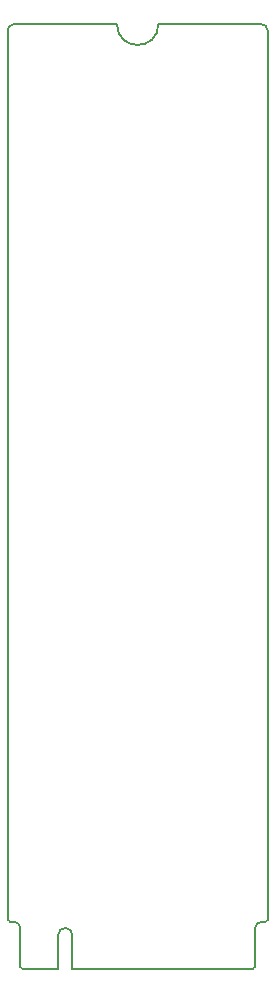
<source format=gm1>
G04*
G04 #@! TF.GenerationSoftware,Altium Limited,Altium Designer,24.5.2 (23)*
G04*
G04 Layer_Color=16711935*
%FSLAX44Y44*%
%MOMM*%
G71*
G04*
G04 #@! TF.SameCoordinates,01BA7047-8EBF-4B0B-9F07-F392ECF8FA2C*
G04*
G04*
G04 #@! TF.FilePolarity,Positive*
G04*
G01*
G75*
%ADD11C,0.2000*%
D11*
X92500Y800000D02*
G03*
X127500Y800000I17500J0D01*
G01*
X0Y41999D02*
G03*
X1999Y40000I1999J0D01*
G01*
X207500Y0D02*
G03*
X209499Y1999I0J1999D01*
G01*
X214501Y40000D02*
G03*
X209499Y35001I-1J-5000D01*
G01*
X218001Y40000D02*
G03*
X220000Y41999I0J1999D01*
G01*
Y795000D02*
G03*
X215001Y799999I-4999J0D01*
G01*
X4999D02*
G03*
X0Y795000I0J-4999D01*
G01*
X10500Y35001D02*
G03*
X5499Y40000I-5000J-1D01*
G01*
X10500Y1999D02*
G03*
X12499Y0I1999J0D01*
G01*
X48750Y35001D02*
G03*
X42751Y28999I1J-6001D01*
G01*
X54750D02*
G03*
X48750Y35001I-6001J1D01*
G01*
X4999Y800001D02*
X92500D01*
X-0Y795000D02*
X0Y41999D01*
X42751Y0D02*
Y28999D01*
X12499Y0D02*
X42751D01*
X127500Y799999D02*
X215001D01*
X54750Y0D02*
Y28999D01*
Y-0D02*
X207500Y0D01*
X209499Y1999D02*
Y35001D01*
X214501Y40000D02*
X218001D01*
X220000Y795000D02*
X220000Y41999D01*
X1999Y40000D02*
X5499D01*
X10500Y1999D02*
Y35001D01*
M02*

</source>
